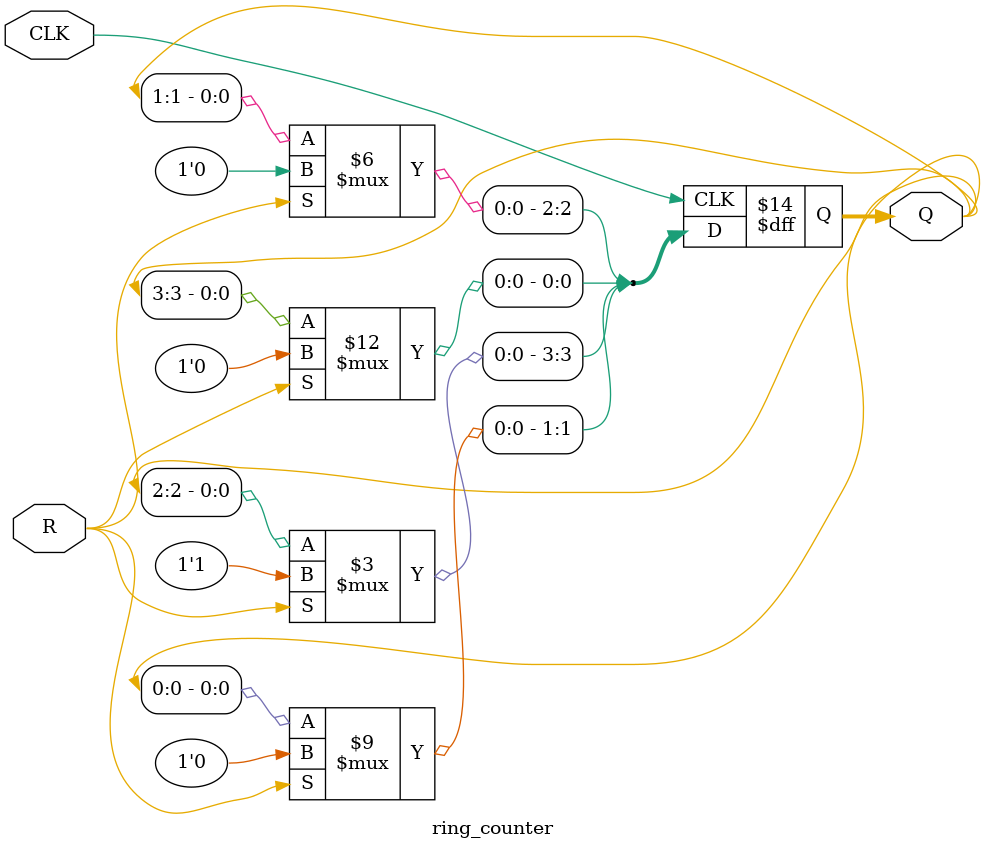
<source format=v>
`timescale 1ns / 1ps

module ring_counter(
    input CLK, input R,
    output [3:0] Q
    );
    reg [3:0] Q;
  
    always @(posedge CLK) begin
    if(R)
        Q = 4'b1000;
    else begin
        Q[0] <= Q[3];
        Q[1] <= Q[0];
        Q[2] <= Q[1];
        Q[3] <= Q[2];
    end end
endmodule

</source>
